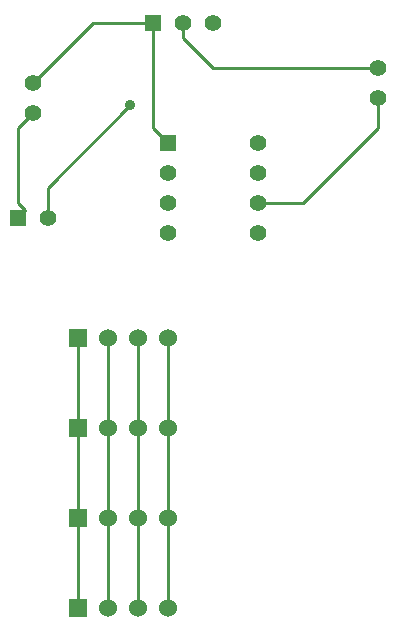
<source format=gtl>
%FSLAX34Y34*%
G04 Gerber Fmt 3.4, Leading zero omitted, Abs format*
G04 (created by PCBNEW (2013-11-06 BZR 4440)-product) date Thu 14 Nov 2013 14:49:17 GMT*
%MOIN*%
G01*
G70*
G90*
G04 APERTURE LIST*
%ADD10C,0.005906*%
%ADD11R,0.055000X0.055000*%
%ADD12C,0.055000*%
%ADD13R,0.060000X0.060000*%
%ADD14C,0.060000*%
%ADD15C,0.035000*%
%ADD16C,0.010000*%
G04 APERTURE END LIST*
G54D10*
G54D11*
X49000Y-40000D03*
G54D12*
X50000Y-40000D03*
G54D11*
X53500Y-33500D03*
G54D12*
X54500Y-33500D03*
X55500Y-33500D03*
G54D13*
X51000Y-44000D03*
G54D14*
X52000Y-44000D03*
X53000Y-44000D03*
X54000Y-44000D03*
G54D13*
X51000Y-47000D03*
G54D14*
X52000Y-47000D03*
X53000Y-47000D03*
X54000Y-47000D03*
G54D13*
X51000Y-50000D03*
G54D14*
X52000Y-50000D03*
X53000Y-50000D03*
X54000Y-50000D03*
G54D13*
X51000Y-53000D03*
G54D14*
X52000Y-53000D03*
X53000Y-53000D03*
X54000Y-53000D03*
G54D12*
X61000Y-36000D03*
X61000Y-35000D03*
X49500Y-35500D03*
X49500Y-36500D03*
G54D11*
X54000Y-37500D03*
G54D12*
X54000Y-38500D03*
X54000Y-39500D03*
X54000Y-40500D03*
X57000Y-40500D03*
X57000Y-39500D03*
X57000Y-38500D03*
X57000Y-37500D03*
G54D15*
X52750Y-36250D03*
G54D16*
X57000Y-39500D02*
X58500Y-39500D01*
X61000Y-37000D02*
X61000Y-36000D01*
X58500Y-39500D02*
X61000Y-37000D01*
X54500Y-33500D02*
X54500Y-34000D01*
X55500Y-35000D02*
X61000Y-35000D01*
X54500Y-34000D02*
X55500Y-35000D01*
X51000Y-50000D02*
X51000Y-53000D01*
X51000Y-47000D02*
X51000Y-50000D01*
X51000Y-44000D02*
X51000Y-47000D01*
X52000Y-47000D02*
X52000Y-44000D01*
X52000Y-50000D02*
X52000Y-47000D01*
X52000Y-53000D02*
X52000Y-50000D01*
X53000Y-50000D02*
X53000Y-53000D01*
X53000Y-47000D02*
X53000Y-50000D01*
X53000Y-44000D02*
X53000Y-47000D01*
X54000Y-47000D02*
X54000Y-44000D01*
X54000Y-50000D02*
X54000Y-47000D01*
X54000Y-53000D02*
X54000Y-50000D01*
X50000Y-40000D02*
X50000Y-39000D01*
X50000Y-39000D02*
X52750Y-36250D01*
X49500Y-36500D02*
X49000Y-37000D01*
X49250Y-39750D02*
X49000Y-40000D01*
X49000Y-39500D02*
X49250Y-39750D01*
X49000Y-37000D02*
X49000Y-39500D01*
X53500Y-33500D02*
X53500Y-37000D01*
X53500Y-37000D02*
X54000Y-37500D01*
X53500Y-33500D02*
X51500Y-33500D01*
X51500Y-33500D02*
X49500Y-35500D01*
M02*

</source>
